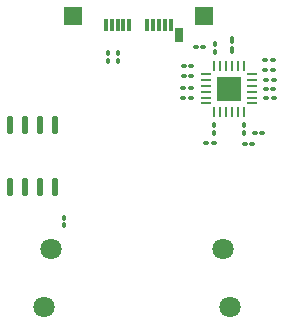
<source format=gbr>
%TF.GenerationSoftware,KiCad,Pcbnew,9.0.6*%
%TF.CreationDate,2026-01-02T14:09:46+01:00*%
%TF.ProjectId,Expansion_Card_Retrofit,45787061-6e73-4696-9f6e-5f436172645f,X1*%
%TF.SameCoordinates,Original*%
%TF.FileFunction,Soldermask,Bot*%
%TF.FilePolarity,Negative*%
%FSLAX46Y46*%
G04 Gerber Fmt 4.6, Leading zero omitted, Abs format (unit mm)*
G04 Created by KiCad (PCBNEW 9.0.6) date 2026-01-02 14:09:46*
%MOMM*%
%LPD*%
G01*
G04 APERTURE LIST*
G04 Aperture macros list*
%AMRoundRect*
0 Rectangle with rounded corners*
0 $1 Rounding radius*
0 $2 $3 $4 $5 $6 $7 $8 $9 X,Y pos of 4 corners*
0 Add a 4 corners polygon primitive as box body*
4,1,4,$2,$3,$4,$5,$6,$7,$8,$9,$2,$3,0*
0 Add four circle primitives for the rounded corners*
1,1,$1+$1,$2,$3*
1,1,$1+$1,$4,$5*
1,1,$1+$1,$6,$7*
1,1,$1+$1,$8,$9*
0 Add four rect primitives between the rounded corners*
20,1,$1+$1,$2,$3,$4,$5,0*
20,1,$1+$1,$4,$5,$6,$7,0*
20,1,$1+$1,$6,$7,$8,$9,0*
20,1,$1+$1,$8,$9,$2,$3,0*%
G04 Aperture macros list end*
%ADD10RoundRect,0.062500X0.375000X0.062500X-0.375000X0.062500X-0.375000X-0.062500X0.375000X-0.062500X0*%
%ADD11RoundRect,0.062500X0.062500X0.375000X-0.062500X0.375000X-0.062500X-0.375000X0.062500X-0.375000X0*%
%ADD12R,2.100000X2.100000*%
%ADD13RoundRect,0.100000X-0.130000X-0.100000X0.130000X-0.100000X0.130000X0.100000X-0.130000X0.100000X0*%
%ADD14RoundRect,0.100000X0.130000X0.100000X-0.130000X0.100000X-0.130000X-0.100000X0.130000X-0.100000X0*%
%ADD15RoundRect,0.100000X0.100000X-0.217500X0.100000X0.217500X-0.100000X0.217500X-0.100000X-0.217500X0*%
%ADD16RoundRect,0.100000X-0.100000X0.130000X-0.100000X-0.130000X0.100000X-0.130000X0.100000X0.130000X0*%
%ADD17RoundRect,0.100000X0.100000X-0.130000X0.100000X0.130000X-0.100000X0.130000X-0.100000X-0.130000X0*%
%ADD18R,0.380000X1.000000*%
%ADD19R,0.700000X1.150000*%
%ADD20C,1.800000*%
%ADD21R,1.500000X1.500000*%
%ADD22RoundRect,0.137500X-0.137500X0.612500X-0.137500X-0.612500X0.137500X-0.612500X0.137500X0.612500X0*%
G04 APERTURE END LIST*
D10*
%TO.C,U4*%
X149637500Y-133200000D03*
X149637500Y-133700000D03*
X149637500Y-134200000D03*
X149637500Y-134700000D03*
X149637500Y-135200000D03*
X149637500Y-135700000D03*
D11*
X148950000Y-136387500D03*
X148450000Y-136387500D03*
X147950000Y-136387500D03*
X147450000Y-136387500D03*
X146950000Y-136387500D03*
X146450000Y-136387500D03*
D10*
X145762500Y-135700000D03*
X145762500Y-135200000D03*
X145762500Y-134700000D03*
X145762500Y-134200000D03*
X145762500Y-133700000D03*
X145762500Y-133200000D03*
D11*
X146450000Y-132512500D03*
X146950000Y-132512500D03*
X147450000Y-132512500D03*
X147950000Y-132512500D03*
X148450000Y-132512500D03*
X148950000Y-132512500D03*
D12*
X147700000Y-134450000D03*
%TD*%
D13*
%TO.C,R18*%
X143867500Y-132550000D03*
X144507500Y-132550000D03*
%TD*%
D14*
%TO.C,R17*%
X144507500Y-133350000D03*
X143867500Y-133350000D03*
%TD*%
%TO.C,R16*%
X151457500Y-135200000D03*
X150817500Y-135200000D03*
%TD*%
D13*
%TO.C,R15*%
X143817500Y-135200000D03*
X144457500Y-135200000D03*
%TD*%
D14*
%TO.C,R14*%
X151452500Y-134450000D03*
X150812500Y-134450000D03*
%TD*%
D13*
%TO.C,R13*%
X150817500Y-133700000D03*
X151457500Y-133700000D03*
%TD*%
D14*
%TO.C,R12*%
X150507500Y-138200000D03*
X149867500Y-138200000D03*
%TD*%
%TO.C,R11*%
X144457500Y-134400000D03*
X143817500Y-134400000D03*
%TD*%
D15*
%TO.C,R10*%
X147937500Y-131157500D03*
X147937500Y-130342500D03*
%TD*%
D16*
%TO.C,L4*%
X146487500Y-130680000D03*
X146487500Y-131320000D03*
%TD*%
D14*
%TO.C,L3*%
X151402500Y-132050000D03*
X150762500Y-132050000D03*
%TD*%
D17*
%TO.C,L2*%
X148987500Y-138170000D03*
X148987500Y-137530000D03*
%TD*%
%TO.C,L1*%
X146437500Y-138170000D03*
X146437500Y-137530000D03*
%TD*%
D14*
%TO.C,C7*%
X145520000Y-130950000D03*
X144880000Y-130950000D03*
%TD*%
%TO.C,C6*%
X151412500Y-132850000D03*
X150772500Y-132850000D03*
%TD*%
%TO.C,C5*%
X149657500Y-139100000D03*
X149017500Y-139100000D03*
%TD*%
%TO.C,C4*%
X146402500Y-139050000D03*
X145762500Y-139050000D03*
%TD*%
D18*
%TO.C,P2*%
X142750000Y-129050000D03*
X142250000Y-129050000D03*
X141750000Y-129050000D03*
X141250000Y-129050000D03*
X140750000Y-129050000D03*
X139250000Y-129050000D03*
X138750000Y-129050000D03*
X138250000Y-129050000D03*
X137750000Y-129050000D03*
X137250000Y-129050000D03*
D19*
X143420000Y-129890000D03*
%TD*%
D20*
%TO.C,J1*%
X132050000Y-152900000D03*
X132650000Y-148000000D03*
X147150000Y-148000000D03*
X147750000Y-152900000D03*
%TD*%
D21*
%TO.C,TP2*%
X134450000Y-128300000D03*
%TD*%
%TO.C,TP4*%
X145550000Y-128300000D03*
%TD*%
D16*
%TO.C,C8*%
X138250000Y-131430000D03*
X138250000Y-132070000D03*
%TD*%
%TO.C,C9*%
X137450000Y-131430000D03*
X137450000Y-132070000D03*
%TD*%
D22*
%TO.C,U2*%
X129145000Y-137500000D03*
X130415000Y-137500000D03*
X131685000Y-137500000D03*
X132955000Y-137500000D03*
X132955000Y-142800000D03*
X131685000Y-142800000D03*
X130415000Y-142800000D03*
X129145000Y-142800000D03*
%TD*%
D16*
%TO.C,R3*%
X133750000Y-145380000D03*
X133750000Y-146020000D03*
%TD*%
M02*

</source>
